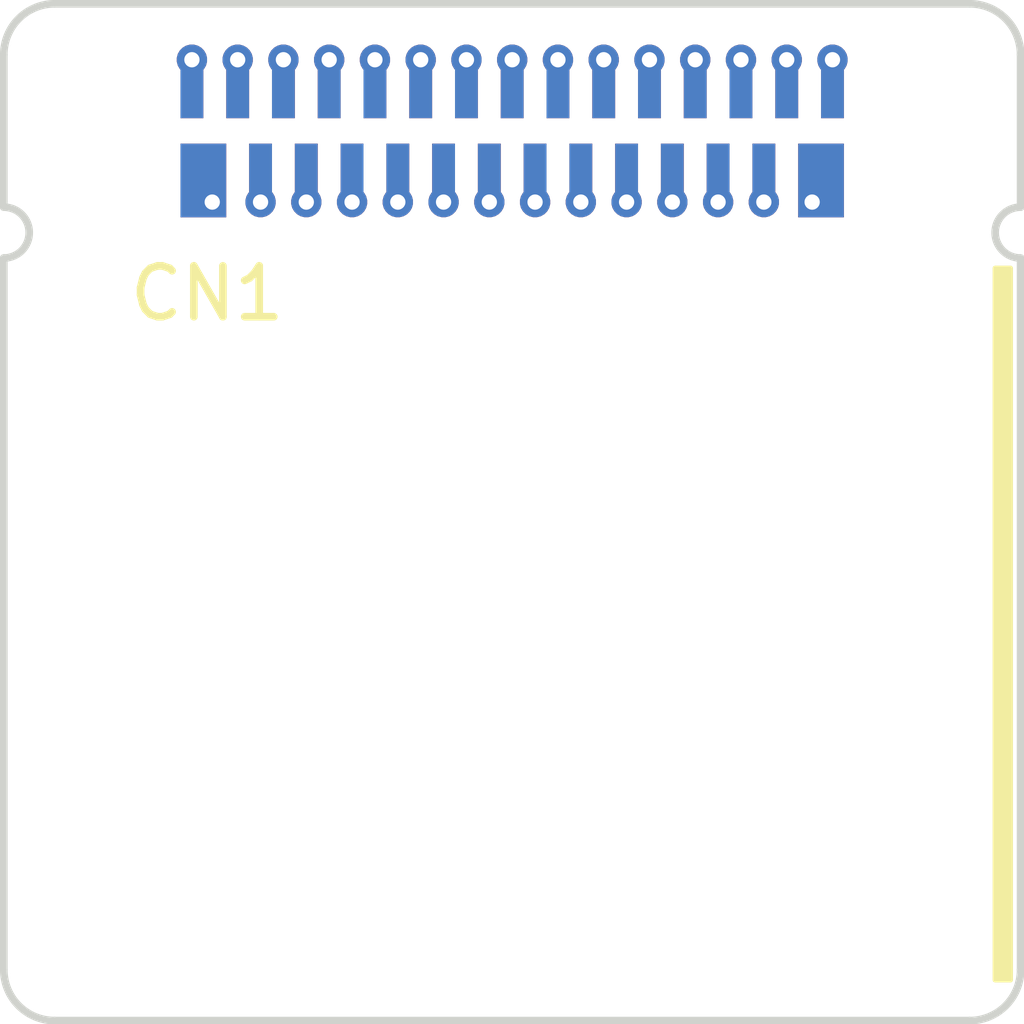
<source format=kicad_pcb>
(kicad_pcb (version 20221018) (generator pcbnew)
  (layers (0 "F.Cu" signal) (1 "In1.Cu" signal) (2 "In2.Cu" signal) (31 "B.Cu" signal) (34 "B.Paste" user) (35 "F.Paste" user) (36 "B.SilkS" user "B.Silkscreen") (37 "F.SilkS" user "F.Silkscreen") (38 "B.Mask" user) (39 "F.Mask" user) (44 "Edge.Cuts" user))
  (net 0 "")
  (net 1 "/SWDIO")
  (net 2 "/VBUS")
  (net 3 "/AREF")
  (net 4 "/A0")
  (net 5 "/A1")
  (net 6 "/A2")
  (net 7 "/A3")
  (net 8 "/A4")
  (net 9 "/A5")
  (net 10 "/D0")
  (net 11 "/D1")
  (net 12 "/D2")
  (net 13 "/D3")
  (net 14 "/D4")
  (net 15 "/D5")
  (net 16 "/RESET")
  (net 17 "/D6")
  (net 18 "/D7")
  (net 19 "/D8")
  (net 20 "/D9")
  (net 21 "/D10")
  (net 22 "/D11")
  (net 23 "/D12")
  (net 24 "/D13")
  (net 25 "/SDA")
  (net 26 "/SWCLK")
  (net 27 "GND")
  (net 28 "+3.3V")
  (net 29 "/SCL")
  (footprint "Leafony:CN_F29_B29" (layer "F.Cu") (at 28.925 28.475)
    (fp_text reference "CN1" (at 0.075 2.225) (layer "F.SilkS"))
    (fp_text value "Leafony bus" hide)
    (pad "" np_thru_hole circle (at -2.175 -0.975) (size 2.05 2.05) (drill 2.05) (layers "F&B.Cu" "*.Mask"))
    (pad "" np_thru_hole circle (at 14.325 -0.975) (size 2.05 2.05) (drill 2.05) (layers "F&B.Cu" "*.Mask"))
    (pad "B1" smd rect (at 0 0) (size 0.9 1.45) (layers "B.Cu" "B.Mask") (net 28 "+3.3V"))
    (pad "B2" smd custom (at -0.225 -1.8) (size 0.45 1.15) (layers "B.Cu" "B.Mask") (net 1 "/SWDIO") (options (clearance outline) (anchor rect)) (primitives (gr_circle (center 0 -0.575) (end 0.3 -0.575) (width 0) (fill yes))))
    (pad "B3" smd custom (at 1.125 -0.15 180) (size 0.45 1.15) (layers "B.Cu" "B.Mask") (net 2 "/VBUS") (options (clearance outline) (anchor rect)) (primitives (gr_circle (center 0 -0.575) (end 0.3 -0.575) (width 0) (fill yes))))
    (pad "B4" smd custom (at 0.675 -1.8) (size 0.45 1.15) (layers "B.Cu" "B.Mask") (net 3 "/AREF") (options (clearance outline) (anchor rect)) (primitives (gr_circle (center 0 -0.575) (end 0.3 -0.575) (width 0) (fill yes))))
    (pad "B5" smd custom (at 2.025 -0.15 180) (size 0.45 1.15) (layers "B.Cu" "B.Mask") (net 16 "/RESET") (options (clearance outline) (anchor rect)) (primitives (gr_circle (center 0 -0.575) (end 0.3 -0.575) (width 0) (fill yes))))
    (pad "B6" smd custom (at 1.575 -1.8) (size 0.45 1.15) (layers "B.Cu" "B.Mask") (net 4 "/A0") (options (clearance outline) (anchor rect)) (primitives (gr_circle (center 0 -0.575) (end 0.3 -0.575) (width 0) (fill yes))))
    (pad "B7" smd custom (at 2.925 -0.15 180) (size 0.45 1.15) (layers "B.Cu" "B.Mask") (net 17 "/D6") (options (clearance outline) (anchor rect)) (primitives (gr_circle (center 0 -0.575) (end 0.3 -0.575) (width 0) (fill yes))))
    (pad "B8" smd custom (at 2.475 -1.8) (size 0.45 1.15) (layers "B.Cu" "B.Mask") (net 5 "/A1") (options (clearance outline) (anchor rect)) (primitives (gr_circle (center 0 -0.575) (end 0.3 -0.575) (width 0) (fill yes))))
    (pad "B9" smd custom (at 3.825 -0.15 180) (size 0.45 1.15) (layers "B.Cu" "B.Mask") (net 18 "/D7") (options (clearance outline) (anchor rect)) (primitives (gr_circle (center 0 -0.575) (end 0.3 -0.575) (width 0) (fill yes))))
    (pad "B10" smd custom (at 3.375 -1.8) (size 0.45 1.15) (layers "B.Cu" "B.Mask") (net 6 "/A2") (options (clearance outline) (anchor rect)) (primitives (gr_circle (center 0 -0.575) (end 0.3 -0.575) (width 0) (fill yes))))
    (pad "B11" smd custom (at 4.725 -0.15 180) (size 0.45 1.15) (layers "B.Cu" "B.Mask") (net 19 "/D8") (options (clearance outline) (anchor rect)) (primitives (gr_circle (center 0 -0.575) (end 0.3 -0.575) (width 0) (fill yes))))
    (pad "B12" smd custom (at 4.275 -1.8) (size 0.45 1.15) (layers "B.Cu" "B.Mask") (net 7 "/A3") (options (clearance outline) (anchor rect)) (primitives (gr_circle (center 0 -0.575) (end 0.3 -0.575) (width 0) (fill yes))))
    (pad "B13" smd custom (at 5.625 -0.15 180) (size 0.45 1.15) (layers "B.Cu" "B.Mask") (net 20 "/D9") (options (clearance outline) (anchor rect)) (primitives (gr_circle (center 0 -0.575) (end 0.3 -0.575) (width 0) (fill yes))))
    (pad "B14" smd custom (at 5.175 -1.8) (size 0.45 1.15) (layers "B.Cu" "B.Mask") (net 8 "/A4") (options (clearance outline) (anchor rect)) (primitives (gr_circle (center 0 -0.575) (end 0.3 -0.575) (width 0) (fill yes))))
    (pad "B15" smd custom (at 6.525 -0.15 180) (size 0.45 1.15) (layers "B.Cu" "B.Mask") (net 21 "/D10") (options (clearance outline) (anchor rect)) (primitives (gr_circle (center 0 -0.575) (end 0.3 -0.575) (width 0) (fill yes))))
    (pad "B16" smd custom (at 6.075 -1.8) (size 0.45 1.15) (layers "B.Cu" "B.Mask") (net 9 "/A5") (options (clearance outline) (anchor rect)) (primitives (gr_circle (center 0 -0.575) (end 0.3 -0.575) (width 0) (fill yes))))
    (pad "B17" smd custom (at 7.425 -0.15 180) (size 0.45 1.15) (layers "B.Cu" "B.Mask") (net 22 "/D11") (options (clearance outline) (anchor rect)) (primitives (gr_circle (center 0 -0.575) (end 0.3 -0.575) (width 0) (fill yes))))
    (pad "B18" smd custom (at 6.975 -1.8) (size 0.45 1.15) (layers "B.Cu" "B.Mask") (net 10 "/D0") (options (clearance outline) (anchor rect)) (primitives (gr_circle (center 0 -0.575) (end 0.3 -0.575) (width 0) (fill yes))))
    (pad "B19" smd custom (at 8.325 -0.15 180) (size 0.45 1.15) (layers "B.Cu" "B.Mask") (net 23 "/D12") (options (clearance outline) (anchor rect)) (primitives (gr_circle (center 0 -0.575) (end 0.3 -0.575) (width 0) (fill yes))))
    (pad "B20" smd custom (at 7.875 -1.8) (size 0.45 1.15) (layers "B.Cu" "B.Mask") (net 11 "/D1") (options (clearance outline) (anchor rect)) (primitives (gr_circle (center 0 -0.575) (end 0.3 -0.575) (width 0) (fill yes))))
    (pad "B21" smd custom (at 9.225 -0.15 180) (size 0.45 1.15) (layers "B.Cu" "B.Mask") (net 24 "/D13") (options (clearance outline) (anchor rect)) (primitives (gr_circle (center 0 -0.575) (end 0.3 -0.575) (width 0) (fill yes))))
    (pad "B22" smd custom (at 8.775 -1.8) (size 0.45 1.15) (layers "B.Cu" "B.Mask") (net 12 "/D2") (options (clearance outline) (anchor rect)) (primitives (gr_circle (center 0 -0.575) (end 0.3 -0.575) (width 0) (fill yes))))
    (pad "B23" smd custom (at 10.125 -0.15 180) (size 0.45 1.15) (layers "B.Cu" "B.Mask") (net 25 "/SDA") (options (clearance outline) (anchor rect)) (primitives (gr_circle (center 0 -0.575) (end 0.3 -0.575) (width 0) (fill yes))))
    (pad "B24" smd custom (at 9.675 -1.8) (size 0.45 1.15) (layers "B.Cu" "B.Mask") (net 13 "/D3") (options (clearance outline) (anchor rect)) (primitives (gr_circle (center 0 -0.575) (end 0.3 -0.575) (width 0) (fill yes))))
    (pad "B25" smd custom (at 11.025 -0.15 180) (size 0.45 1.15) (layers "B.Cu" "B.Mask") (net 29 "/SCL") (options (clearance outline) (anchor rect)) (primitives (gr_circle (center 0 -0.575) (end 0.3 -0.575) (width 0) (fill yes))))
    (pad "B26" smd custom (at 10.575 -1.8) (size 0.45 1.15) (layers "B.Cu" "B.Mask") (net 14 "/D4") (options (clearance outline) (anchor rect)) (primitives (gr_circle (center 0 -0.575) (end 0.3 -0.575) (width 0) (fill yes))))
    (pad "B27" smd rect (at 12.15 0) (size 0.9 1.45) (layers "B.Cu" "B.Mask") (net 27 "GND"))
    (pad "B28" smd custom (at 11.475 -1.8) (size 0.45 1.15) (layers "B.Cu" "B.Mask") (net 15 "/D5") (options (clearance outline) (anchor rect)) (primitives (gr_circle (center 0 -0.575) (end 0.3 -0.575) (width 0) (fill yes))))
    (pad "B29" smd custom (at 12.375 -1.8) (size 0.45 1.15) (layers "B.Cu" "B.Mask") (net 26 "/SWCLK") (options (clearance outline) (anchor rect)) (primitives (gr_circle (center 0 -0.575) (end 0.3 -0.575) (width 0) (fill yes))))
    (pad "F1" smd rect (at 0 0) (size 0.9 1.45) (layers "F.Cu" "F.Mask") (net 28 "+3.3V"))
    (pad "F2" smd custom (at -0.225 -1.8) (size 0.45 1.15) (layers "F.Cu" "F.Mask") (net 1 "/SWDIO") (options (clearance outline) (anchor rect)) (primitives (gr_circle (center 0 -0.575) (end 0.3 -0.575) (width 0) (fill yes))))
    (pad "F3" smd custom (at 1.125 -0.15 180) (size 0.45 1.15) (layers "F.Cu" "F.Mask") (net 2 "/VBUS") (options (clearance outline) (anchor rect)) (primitives (gr_circle (center 0 -0.575) (end 0.3 -0.575) (width 0) (fill yes))))
    (pad "F4" smd custom (at 0.675 -1.8) (size 0.45 1.15) (layers "F.Cu" "F.Mask") (net 3 "/AREF") (options (clearance outline) (anchor rect)) (primitives (gr_circle (center 0 -0.575) (end 0.3 -0.575) (width 0) (fill yes))))
    (pad "F5" smd custom (at 2.025 -0.15 180) (size 0.45 1.15) (layers "F.Cu" "F.Mask") (net 16 "/RESET") (options (clearance outline) (anchor rect)) (primitives (gr_circle (center 0 -0.575) (end 0.3 -0.575) (width 0) (fill yes))))
    (pad "F6" smd custom (at 1.575 -1.8) (size 0.45 1.15) (layers "F.Cu" "F.Mask") (net 4 "/A0") (options (clearance outline) (anchor rect)) (primitives (gr_circle (center 0 -0.575) (end 0.3 -0.575) (width 0) (fill yes))))
    (pad "F7" smd custom (at 2.925 -0.15 180) (size 0.45 1.15) (layers "F.Cu" "F.Mask") (net 17 "/D6") (options (clearance outline) (anchor rect)) (primitives (gr_circle (center 0 -0.575) (end 0.3 -0.575) (width 0) (fill yes))))
    (pad "F8" smd custom (at 2.475 -1.8) (size 0.45 1.15) (layers "F.Cu" "F.Mask") (net 5 "/A1") (options (clearance outline) (anchor rect)) (primitives (gr_circle (center 0 -0.575) (end 0.3 -0.575) (width 0) (fill yes))))
    (pad "F9" smd custom (at 3.825 -0.15 180) (size 0.45 1.15) (layers "F.Cu" "F.Mask") (net 18 "/D7") (options (clearance outline) (anchor rect)) (primitives (gr_circle (center 0 -0.575) (end 0.3 -0.575) (width 0) (fill yes))))
    (pad "F10" smd custom (at 3.375 -1.8) (size 0.45 1.15) (layers "F.Cu" "F.Mask") (net 6 "/A2") (options (clearance outline) (anchor rect)) (primitives (gr_circle (center 0 -0.575) (end 0.3 -0.575) (width 0) (fill yes))))
    (pad "F11" smd custom (at 4.725 -0.15 180) (size 0.45 1.15) (layers "F.Cu" "F.Mask") (net 19 "/D8") (options (clearance outline) (anchor rect)) (primitives (gr_circle (center 0 -0.575) (end 0.3 -0.575) (width 0) (fill yes))))
    (pad "F12" smd custom (at 4.275 -1.8) (size 0.45 1.15) (layers "F.Cu" "F.Mask") (net 7 "/A3") (options (clearance outline) (anchor rect)) (primitives (gr_circle (center 0 -0.575) (end 0.3 -0.575) (width 0) (fill yes))))
    (pad "F13" smd custom (at 5.625 -0.15 180) (size 0.45 1.15) (layers "F.Cu" "F.Mask") (net 20 "/D9") (options (clearance outline) (anchor rect)) (primitives (gr_circle (center 0 -0.575) (end 0.3 -0.575) (width 0) (fill yes))))
    (pad "F14" smd custom (at 5.175 -1.8) (size 0.45 1.15) (layers "F.Cu" "F.Mask") (net 8 "/A4") (options (clearance outline) (anchor rect)) (primitives (gr_circle (center 0 -0.575) (end 0.3 -0.575) (width 0) (fill yes))))
    (pad "F15" smd custom (at 6.525 -0.15 180) (size 0.45 1.15) (layers "F.Cu" "F.Mask") (net 21 "/D10") (options (clearance outline) (anchor rect)) (primitives (gr_circle (center 0 -0.575) (end 0.3 -0.575) (width 0) (fill yes))))
    (pad "F16" smd custom (at 6.075 -1.8) (size 0.45 1.15) (layers "F.Cu" "F.Mask") (net 9 "/A5") (options (clearance outline) (anchor rect)) (primitives (gr_circle (center 0 -0.575) (end 0.3 -0.575) (width 0) (fill yes))))
    (pad "F17" smd custom (at 7.425 -0.15 180) (size 0.45 1.15) (layers "F.Cu" "F.Mask") (net 22 "/D11") (options (clearance outline) (anchor rect)) (primitives (gr_circle (center 0 -0.575) (end 0.3 -0.575) (width 0) (fill yes))))
    (pad "F18" smd custom (at 6.975 -1.8) (size 0.45 1.15) (layers "F.Cu" "F.Mask") (net 10 "/D0") (options (clearance outline) (anchor rect)) (primitives (gr_circle (center 0 -0.575) (end 0.3 -0.575) (width 0) (fill yes))))
    (pad "F19" smd custom (at 8.325 -0.15 180) (size 0.45 1.15) (layers "F.Cu" "F.Mask") (net 23 "/D12") (options (clearance outline) (anchor rect)) (primitives (gr_circle (center 0 -0.575) (end 0.3 -0.575) (width 0) (fill yes))))
    (pad "F20" smd custom (at 7.875 -1.8) (size 0.45 1.15) (layers "F.Cu" "F.Mask") (net 11 "/D1") (options (clearance outline) (anchor rect)) (primitives (gr_circle (center 0 -0.575) (end 0.3 -0.575) (width 0) (fill yes))))
    (pad "F21" smd custom (at 9.225 -0.15 180) (size 0.45 1.15) (layers "F.Cu" "F.Mask") (net 24 "/D13") (options (clearance outline) (anchor rect)) (primitives (gr_circle (center 0 -0.575) (end 0.3 -0.575) (width 0) (fill yes))))
    (pad "F22" smd custom (at 8.775 -1.8) (size 0.45 1.15) (layers "F.Cu" "F.Mask") (net 12 "/D2") (options (clearance outline) (anchor rect)) (primitives (gr_circle (center 0 -0.575) (end 0.3 -0.575) (width 0) (fill yes))))
    (pad "F23" smd custom (at 10.125 -0.15 180) (size 0.45 1.15) (layers "F.Cu" "F.Mask") (net 25 "/SDA") (options (clearance outline) (anchor rect)) (primitives (gr_circle (center 0 -0.575) (end 0.3 -0.575) (width 0) (fill yes))))
    (pad "F24" smd custom (at 9.675 -1.8) (size 0.45 1.15) (layers "F.Cu" "F.Mask") (net 13 "/D3") (options (clearance outline) (anchor rect)) (primitives (gr_circle (center 0 -0.575) (end 0.3 -0.575) (width 0) (fill yes))))
    (pad "F25" smd custom (at 11.025 -0.15 180) (size 0.45 1.15) (layers "F.Cu" "F.Mask") (net 29 "/SCL") (options (clearance outline) (anchor rect)) (primitives (gr_circle (center 0 -0.575) (end 0.3 -0.575) (width 0) (fill yes))))
    (pad "F26" smd custom (at 10.575 -1.8) (size 0.45 1.15) (layers "F.Cu" "F.Mask") (net 14 "/D4") (options (clearance outline) (anchor rect)) (primitives (gr_circle (center 0 -0.575) (end 0.3 -0.575) (width 0) (fill yes))))
    (pad "F27" smd rect (at 12.15 0) (size 0.9 1.45) (layers "F.Cu" "F.Mask") (net 27 "GND"))
    (pad "F28" smd custom (at 11.475 -1.8) (size 0.45 1.15) (layers "F.Cu" "F.Mask") (net 15 "/D5") (options (clearance outline) (anchor rect)) (primitives (gr_circle (center 0 -0.575) (end 0.3 -0.575) (width 0) (fill yes))))
    (pad "F29" smd custom (at 12.375 -1.8) (size 0.45 1.15) (layers "F.Cu" "F.Mask") (net 26 "/SWCLK") (options (clearance outline) (anchor rect)) (primitives (gr_circle (center 0 -0.575) (end 0.3 -0.575) (width 0) (fill yes))))
  )
  (gr_poly (pts (xy 44.8 30.2) (xy 44.5 30.2) (xy 44.5 44.2) (xy 44.8 44.2)) (stroke (width 0.1)) (fill solid) (layer "F.SilkS"))
  (gr_arc (start 26 45) (mid 25.292893 44.707107) (end 25 44) (stroke (width 0.15)) (layer "Edge.Cuts"))
  (gr_arc (start 25 26) (mid 25.292893 25.292893) (end 26 25) (stroke (width 0.15)) (layer "Edge.Cuts"))
  (gr_line (start 26 25) (end 44 25) (stroke (width 0.15)) (layer "Edge.Cuts"))
  (gr_arc (start 25 29) (mid 25.5 29.5) (end 25 30) (stroke (width 0.15)) (layer "Edge.Cuts"))
  (gr_line (start 25 26) (end 25 29) (stroke (width 0.15)) (layer "Edge.Cuts"))
  (gr_arc (start 45 44) (mid 44.707107 44.707107) (end 44 45) (stroke (width 0.15)) (layer "Edge.Cuts"))
  (gr_arc (start 45 30) (mid 44.5 29.5) (end 45 29) (stroke (width 0.15)) (layer "Edge.Cuts"))
  (gr_arc (start 44 25) (mid 44.707107 25.292893) (end 45 26) (stroke (width 0.15)) (layer "Edge.Cuts"))
  (gr_line (start 45 26) (end 45 29) (stroke (width 0.15)) (layer "Edge.Cuts"))
  (gr_line (start 45 30) (end 45 44) (stroke (width 0.15)) (layer "Edge.Cuts"))
  (gr_line (start 44 45) (end 26 45) (stroke (width 0.15)) (layer "Edge.Cuts"))
  (gr_line (start 25 30) (end 25 44) (stroke (width 0.15)) (layer "Edge.Cuts"))
  (via (at 28.7 26.1) (size 0.5) (drill 0.3) (layers "F.Cu" "B.Cu") (net 1))
  (via (at 30.05 28.9) (size 0.5) (drill 0.3) (layers "F.Cu" "B.Cu") (net 2))
  (via (at 29.6 26.1) (size 0.5) (drill 0.3) (layers "F.Cu" "B.Cu") (net 3))
  (via (at 30.5 26.1) (size 0.5) (drill 0.3) (layers "F.Cu" "B.Cu") (net 4))
  (via (at 31.4 26.1) (size 0.5) (drill 0.3) (layers "F.Cu" "B.Cu") (net 5))
  (via (at 32.3 26.1) (size 0.5) (drill 0.3) (layers "F.Cu" "B.Cu") (net 6))
  (via (at 33.2 26.1) (size 0.5) (drill 0.3) (layers "F.Cu" "B.Cu") (net 7))
  (via (at 34.1 26.1) (size 0.5) (drill 0.3) (layers "F.Cu" "B.Cu") (net 8))
  (via (at 35 26.1) (size 0.5) (drill 0.3) (layers "F.Cu" "B.Cu") (net 9))
  (via (at 35.9 26.1) (size 0.5) (drill 0.3) (layers "F.Cu" "B.Cu") (net 10))
  (via (at 36.8 26.1) (size 0.5) (drill 0.3) (layers "F.Cu" "B.Cu") (net 11))
  (via (at 37.7 26.1) (size 0.5) (drill 0.3) (layers "F.Cu" "B.Cu") (net 12))
  (via (at 38.6 26.1) (size 0.5) (drill 0.3) (layers "F.Cu" "B.Cu") (net 13))
  (via (at 39.5 26.1) (size 0.5) (drill 0.3) (layers "F.Cu" "B.Cu") (net 14))
  (via (at 40.4 26.1) (size 0.5) (drill 0.3) (layers "F.Cu" "B.Cu") (net 15))
  (via (at 30.95 28.9) (size 0.5) (drill 0.3) (layers "F.Cu" "B.Cu") (net 16))
  (via (at 31.85 28.9) (size 0.5) (drill 0.3) (layers "F.Cu" "B.Cu") (net 17))
  (via (at 32.75 28.9) (size 0.5) (drill 0.3) (layers "F.Cu" "B.Cu") (net 18))
  (via (at 33.65 28.9) (size 0.5) (drill 0.3) (layers "F.Cu" "B.Cu") (net 19))
  (via (at 34.55 28.9) (size 0.5) (drill 0.3) (layers "F.Cu" "B.Cu") (net 20))
  (via (at 35.45 28.9) (size 0.5) (drill 0.3) (layers "F.Cu" "B.Cu") (net 21))
  (via (at 36.35 28.9) (size 0.5) (drill 0.3) (layers "F.Cu" "B.Cu") (net 22))
  (via (at 37.25 28.9) (size 0.5) (drill 0.3) (layers "F.Cu" "B.Cu") (net 23))
  (via (at 38.15 28.9) (size 0.5) (drill 0.3) (layers "F.Cu" "B.Cu") (net 24))
  (via (at 39.05 28.9) (size 0.5) (drill 0.3) (layers "F.Cu" "B.Cu") (net 25))
  (via (at 41.3 26.1) (size 0.5) (drill 0.3) (layers "F.Cu" "B.Cu") (net 26))
  (via (at 40.9 28.9) (size 0.5) (drill 0.3) (layers "F.Cu" "B.Cu") (net 27))
  (via (at 29.1 28.9) (size 0.5) (drill 0.3) (layers "F.Cu" "B.Cu") (net 28))
  (via (at 39.95 28.9) (size 0.5) (drill 0.3) (layers "F.Cu" "B.Cu") (net 29))
)
</source>
